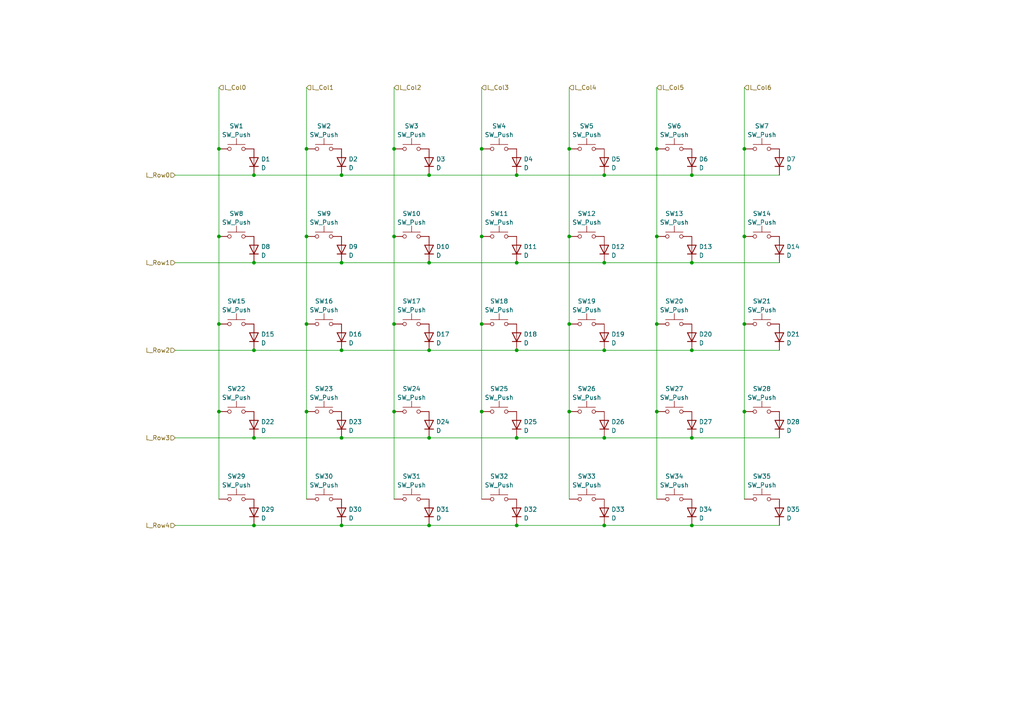
<source format=kicad_sch>
(kicad_sch (version 20211123) (generator eeschema)
  (paper "A4")
  (lib_symbols
    (symbol "Device:D" (pin_numbers hide) (pin_names (offset 1.016) hide)
      (property "Reference" "D" (at 0 2.54 0))
      (property "Value" "D" (at 0 -2.54 0))
      (symbol "D_0_1"
        (polyline (pts (xy -1.27 1.27) (xy -1.27 -1.27)) (stroke (width 0.254)))
        (polyline (pts (xy 1.27 0) (xy -1.27 0)))
        (polyline (pts (xy 1.27 1.27) (xy 1.27 -1.27) (xy -1.27 0) (xy 1.27 1.27)) (stroke (width 0.254)))
      )
      (symbol "D_1_1"
        (pin passive line (at -3.81 0 0) (length 2.54) (name "K") (number "1"))
        (pin passive line (at 3.81 0 180) (length 2.54) (name "A") (number "2"))
      )
    )
    (symbol "Switch:SW_Push" (pin_numbers hide) (pin_names (offset 1.016) hide)
      (property "Reference" "SW" (at 1.27 2.54 0))
      (property "Value" "SW_Push" (at 0 -1.524 0))
      (symbol "SW_Push_0_1"
        (circle (center -2.032 0) (radius 0.508))
        (polyline (pts (xy 0 1.27) (xy 0 3.048)))
        (polyline (pts (xy 2.54 1.27) (xy -2.54 1.27)))
        (circle (center 2.032 0) (radius 0.508))
        (pin passive line (at -5.08 0 0) (length 2.54) (name "1") (number "1"))
        (pin passive line (at 5.08 0 180) (length 2.54) (name "2") (number "2"))
      )
    )
  )
  (junction (at 73.66 127))
  (junction (at 73.66 101.6))
  (junction (at 139.7 68.58))
  (junction (at 165.1 68.58))
  (junction (at 63.5 43.18))
  (junction (at 73.66 50.8))
  (junction (at 114.3 119.38))
  (junction (at 114.3 68.58))
  (junction (at 175.26 76.2))
  (junction (at 88.9 119.38))
  (junction (at 124.46 152.4))
  (junction (at 139.7 43.18))
  (junction (at 149.86 127))
  (junction (at 200.66 152.4))
  (junction (at 200.66 50.8))
  (junction (at 200.66 127))
  (junction (at 73.66 152.4))
  (junction (at 175.26 50.8))
  (junction (at 73.66 76.2))
  (junction (at 165.1 93.98))
  (junction (at 200.66 76.2))
  (junction (at 149.86 50.8))
  (junction (at 175.26 127))
  (junction (at 63.5 119.38))
  (junction (at 200.66 101.6))
  (junction (at 175.26 101.6))
  (junction (at 99.06 101.6))
  (junction (at 124.46 50.8))
  (junction (at 88.9 68.58))
  (junction (at 190.5 119.38))
  (junction (at 114.3 43.18))
  (junction (at 88.9 43.18))
  (junction (at 99.06 127))
  (junction (at 165.1 43.18))
  (junction (at 149.86 76.2))
  (junction (at 139.7 119.38))
  (junction (at 139.7 93.98))
  (junction (at 215.9 119.38))
  (junction (at 99.06 76.2))
  (junction (at 190.5 68.58))
  (junction (at 149.86 101.6))
  (junction (at 88.9 93.98))
  (junction (at 63.5 93.98))
  (junction (at 149.86 152.4))
  (junction (at 175.26 152.4))
  (junction (at 99.06 50.8))
  (junction (at 99.06 152.4))
  (junction (at 215.9 68.58))
  (junction (at 215.9 43.18))
  (junction (at 190.5 93.98))
  (junction (at 215.9 93.98))
  (junction (at 124.46 101.6))
  (junction (at 114.3 93.98))
  (junction (at 63.5 68.58))
  (junction (at 124.46 127))
  (junction (at 124.46 76.2))
  (junction (at 165.1 119.38))
  (junction (at 190.5 43.18))
  (wire (pts (xy 63.5 93.98) (xy 63.5 119.38)))
  (wire (pts (xy 190.5 119.38) (xy 190.5 144.78)))
  (wire (pts (xy 200.66 76.2) (xy 226.06 76.2)))
  (wire (pts (xy 175.26 127) (xy 200.66 127)))
  (wire (pts (xy 99.06 152.4) (xy 124.46 152.4)))
  (wire (pts (xy 200.66 101.6) (xy 226.06 101.6)))
  (wire (pts (xy 63.5 43.18) (xy 63.5 68.58)))
  (wire (pts (xy 73.66 152.4) (xy 99.06 152.4)))
  (wire (pts (xy 139.7 93.98) (xy 139.7 119.38)))
  (wire (pts (xy 114.3 43.18) (xy 114.3 68.58)))
  (wire (pts (xy 50.8 50.8) (xy 73.66 50.8)))
  (wire (pts (xy 124.46 101.6) (xy 149.86 101.6)))
  (wire (pts (xy 99.06 50.8) (xy 124.46 50.8)))
  (wire (pts (xy 50.8 152.4) (xy 73.66 152.4)))
  (wire (pts (xy 73.66 50.8) (xy 99.06 50.8)))
  (wire (pts (xy 175.26 76.2) (xy 200.66 76.2)))
  (wire (pts (xy 190.5 93.98) (xy 190.5 119.38)))
  (wire (pts (xy 88.9 43.18) (xy 88.9 68.58)))
  (wire (pts (xy 114.3 119.38) (xy 114.3 144.78)))
  (wire (pts (xy 99.06 76.2) (xy 124.46 76.2)))
  (wire (pts (xy 165.1 68.58) (xy 165.1 93.98)))
  (wire (pts (xy 165.1 25.4) (xy 165.1 43.18)))
  (wire (pts (xy 165.1 119.38) (xy 165.1 144.78)))
  (wire (pts (xy 190.5 25.4) (xy 190.5 43.18)))
  (wire (pts (xy 149.86 152.4) (xy 175.26 152.4)))
  (wire (pts (xy 124.46 50.8) (xy 149.86 50.8)))
  (wire (pts (xy 88.9 93.98) (xy 88.9 119.38)))
  (wire (pts (xy 73.66 127) (xy 99.06 127)))
  (wire (pts (xy 165.1 43.18) (xy 165.1 68.58)))
  (wire (pts (xy 124.46 127) (xy 149.86 127)))
  (wire (pts (xy 124.46 76.2) (xy 149.86 76.2)))
  (wire (pts (xy 50.8 101.6) (xy 73.66 101.6)))
  (wire (pts (xy 50.8 127) (xy 73.66 127)))
  (wire (pts (xy 215.9 43.18) (xy 215.9 68.58)))
  (wire (pts (xy 215.9 68.58) (xy 215.9 93.98)))
  (wire (pts (xy 149.86 127) (xy 175.26 127)))
  (wire (pts (xy 215.9 25.4) (xy 215.9 43.18)))
  (wire (pts (xy 73.66 76.2) (xy 99.06 76.2)))
  (wire (pts (xy 99.06 101.6) (xy 124.46 101.6)))
  (wire (pts (xy 114.3 68.58) (xy 114.3 93.98)))
  (wire (pts (xy 215.9 119.38) (xy 215.9 144.78)))
  (wire (pts (xy 200.66 50.8) (xy 226.06 50.8)))
  (wire (pts (xy 165.1 93.98) (xy 165.1 119.38)))
  (wire (pts (xy 50.8 76.2) (xy 73.66 76.2)))
  (wire (pts (xy 200.66 127) (xy 226.06 127)))
  (wire (pts (xy 63.5 68.58) (xy 63.5 93.98)))
  (wire (pts (xy 139.7 43.18) (xy 139.7 68.58)))
  (wire (pts (xy 88.9 25.4) (xy 88.9 43.18)))
  (wire (pts (xy 88.9 68.58) (xy 88.9 93.98)))
  (wire (pts (xy 149.86 50.8) (xy 175.26 50.8)))
  (wire (pts (xy 63.5 119.38) (xy 63.5 144.78)))
  (wire (pts (xy 99.06 127) (xy 124.46 127)))
  (wire (pts (xy 149.86 101.6) (xy 175.26 101.6)))
  (wire (pts (xy 114.3 93.98) (xy 114.3 119.38)))
  (wire (pts (xy 124.46 152.4) (xy 149.86 152.4)))
  (wire (pts (xy 139.7 119.38) (xy 139.7 144.78)))
  (wire (pts (xy 175.26 152.4) (xy 200.66 152.4)))
  (wire (pts (xy 73.66 101.6) (xy 99.06 101.6)))
  (wire (pts (xy 200.66 152.4) (xy 226.06 152.4)))
  (wire (pts (xy 139.7 25.4) (xy 139.7 43.18)))
  (wire (pts (xy 114.3 25.4) (xy 114.3 43.18)))
  (wire (pts (xy 175.26 50.8) (xy 200.66 50.8)))
  (wire (pts (xy 215.9 93.98) (xy 215.9 119.38)))
  (wire (pts (xy 63.5 25.4) (xy 63.5 43.18)))
  (wire (pts (xy 139.7 68.58) (xy 139.7 93.98)))
  (wire (pts (xy 88.9 119.38) (xy 88.9 144.78)))
  (wire (pts (xy 190.5 43.18) (xy 190.5 68.58)))
  (wire (pts (xy 175.26 101.6) (xy 200.66 101.6)))
  (wire (pts (xy 149.86 76.2) (xy 175.26 76.2)))
  (wire (pts (xy 190.5 68.58) (xy 190.5 93.98)))
  (hierarchical_label "L_Col0" (shape input) (at 63.5 25.4 0))
  (hierarchical_label "L_Col5" (shape input) (at 190.5 25.4 0))
  (hierarchical_label "L_Col1" (shape input) (at 88.9 25.4 0))
  (hierarchical_label "L_Col3" (shape input) (at 139.7 25.4 0))
  (hierarchical_label "L_Row3" (shape input) (at 50.8 127 180))
  (hierarchical_label "L_Row4" (shape input) (at 50.8 152.4 180))
  (hierarchical_label "L_Row0" (shape input) (at 50.8 50.8 180))
  (hierarchical_label "L_Row2" (shape input) (at 50.8 101.6 180))
  (hierarchical_label "L_Col4" (shape input) (at 165.1 25.4 0))
  (hierarchical_label "L_Col2" (shape input) (at 114.3 25.4 0))
  (hierarchical_label "L_Row1" (shape input) (at 50.8 76.2 180))
  (hierarchical_label "L_Col6" (shape input) (at 215.9 25.4 0))
  (symbol (lib_id "Switch:SW_Push") (at 220.98 144.78 0) (unit 1)
    (property "Reference" "SW35" (at 220.98 138.1592 0))
    (property "Value" "SW_Push" (at 220.98 140.6961 0))
    (property "Footprint" "footprint:CherryMX_Hotswap" (effects hide))
  )
  (symbol (lib_id "Switch:SW_Push") (at 170.18 68.58 0) (unit 1)
    (property "Reference" "SW12" (at 170.18 61.9592 0))
    (property "Value" "SW_Push" (at 170.18 64.4961 0))
    (property "Footprint" "footprint:CherryMX_Hotswap" (effects hide))
  )
  (symbol (lib_id "Switch:SW_Push") (at 93.98 93.98 0) (unit 1)
    (property "Reference" "SW16" (at 93.98 87.3592 0))
    (property "Value" "SW_Push" (at 93.98 89.8961 0))
    (property "Footprint" "footprint:CherryMX_Hotswap" (effects hide))
  )
  (symbol (lib_id "Switch:SW_Push") (at 68.58 144.78 0) (unit 1)
    (property "Reference" "SW29" (at 68.58 138.1592 0))
    (property "Value" "SW_Push" (at 68.58 140.6961 0))
    (property "Footprint" "footprint:CherryMX_Hotswap" (effects hide))
  )
  (symbol (lib_id "Switch:SW_Push") (at 170.18 119.38 0) (unit 1)
    (property "Reference" "SW26" (at 170.18 112.7592 0))
    (property "Value" "SW_Push" (at 170.18 115.2961 0))
    (property "Footprint" "footprint:CherryMX_Hotswap" (effects hide))
  )
  (symbol (lib_id "Switch:SW_Push") (at 220.98 68.58 0) (unit 1)
    (property "Reference" "SW14" (at 220.98 61.9592 0))
    (property "Value" "SW_Push" (at 220.98 64.4961 0))
    (property "Footprint" "footprint:CherryMX_Hotswap" (effects hide))
  )
  (symbol (lib_id "Switch:SW_Push") (at 68.58 43.18 0) (unit 1)
    (property "Reference" "SW1" (at 68.58 36.5592 0))
    (property "Value" "SW_Push" (at 68.58 39.0961 0))
    (property "Footprint" "footprint:CherryMX_Hotswap" (effects hide))
  )
  (symbol (lib_id "Device:D") (at 99.06 148.59 90) (unit 1)
    (property "Reference" "D30" (at 101.092 147.7553 90) (effects (justify right)))
    (property "Value" "D" (at 101.092 150.2922 90) (effects (justify right)))
    (property "Footprint" "footprint:D3_TH_SMD_orig" (effects hide))
  )
  (symbol (lib_id "Device:D") (at 149.86 72.39 90) (unit 1)
    (property "Reference" "D11" (at 151.892 71.5553 90) (effects (justify right)))
    (property "Value" "D" (at 151.892 74.0922 90) (effects (justify right)))
    (property "Footprint" "footprint:D3_TH_SMD_orig" (effects hide))
  )
  (symbol (lib_id "Device:D") (at 124.46 97.79 90) (unit 1)
    (property "Reference" "D17" (at 126.492 96.9553 90) (effects (justify right)))
    (property "Value" "D" (at 126.492 99.4922 90) (effects (justify right)))
    (property "Footprint" "footprint:D3_TH_SMD_orig" (effects hide))
  )
  (symbol (lib_id "Device:D") (at 149.86 123.19 90) (unit 1)
    (property "Reference" "D25" (at 151.892 122.3553 90) (effects (justify right)))
    (property "Value" "D" (at 151.892 124.8922 90) (effects (justify right)))
    (property "Footprint" "footprint:D3_TH_SMD_orig" (effects hide))
  )
  (symbol (lib_id "Device:D") (at 149.86 148.59 90) (unit 1)
    (property "Reference" "D32" (at 151.892 147.7553 90) (effects (justify right)))
    (property "Value" "D" (at 151.892 150.2922 90) (effects (justify right)))
    (property "Footprint" "footprint:D3_TH_SMD_orig" (effects hide))
  )
  (symbol (lib_id "Device:D") (at 226.06 72.39 90) (unit 1)
    (property "Reference" "D14" (at 228.092 71.5553 90) (effects (justify right)))
    (property "Value" "D" (at 228.092 74.0922 90) (effects (justify right)))
    (property "Footprint" "footprint:D3_TH_SMD_orig" (effects hide))
  )
  (symbol (lib_id "Switch:SW_Push") (at 195.58 144.78 0) (unit 1)
    (property "Reference" "SW34" (at 195.58 138.1592 0))
    (property "Value" "SW_Push" (at 195.58 140.6961 0))
    (property "Footprint" "footprint:CherryMX_Hotswap" (effects hide))
  )
  (symbol (lib_id "Switch:SW_Push") (at 93.98 43.18 0) (unit 1)
    (property "Reference" "SW2" (at 93.98 36.5592 0))
    (property "Value" "SW_Push" (at 93.98 39.0961 0))
    (property "Footprint" "footprint:CherryMX_Hotswap" (effects hide))
  )
  (symbol (lib_id "Device:D") (at 175.26 123.19 90) (unit 1)
    (property "Reference" "D26" (at 177.292 122.3553 90) (effects (justify right)))
    (property "Value" "D" (at 177.292 124.8922 90) (effects (justify right)))
    (property "Footprint" "footprint:D3_TH_SMD_orig" (effects hide))
  )
  (symbol (lib_id "Device:D") (at 99.06 46.99 90) (unit 1)
    (property "Reference" "D2" (at 101.092 46.1553 90) (effects (justify right)))
    (property "Value" "D" (at 101.092 48.6922 90) (effects (justify right)))
    (property "Footprint" "footprint:D3_TH_SMD_orig" (effects hide))
  )
  (symbol (lib_id "Device:D") (at 200.66 97.79 90) (unit 1)
    (property "Reference" "D20" (at 202.692 96.9553 90) (effects (justify right)))
    (property "Value" "D" (at 202.692 99.4922 90) (effects (justify right)))
    (property "Footprint" "footprint:D3_TH_SMD_orig" (effects hide))
  )
  (symbol (lib_id "Switch:SW_Push") (at 144.78 119.38 0) (unit 1)
    (property "Reference" "SW25" (at 144.78 112.7592 0))
    (property "Value" "SW_Push" (at 144.78 115.2961 0))
    (property "Footprint" "footprint:CherryMX_Hotswap" (effects hide))
  )
  (symbol (lib_id "Switch:SW_Push") (at 144.78 43.18 0) (unit 1)
    (property "Reference" "SW4" (at 144.78 36.5592 0))
    (property "Value" "SW_Push" (at 144.78 39.0961 0))
    (property "Footprint" "footprint:CherryMX_Hotswap" (effects hide))
  )
  (symbol (lib_id "Switch:SW_Push") (at 119.38 119.38 0) (unit 1)
    (property "Reference" "SW24" (at 119.38 112.7592 0))
    (property "Value" "SW_Push" (at 119.38 115.2961 0))
    (property "Footprint" "footprint:CherryMX_Hotswap" (effects hide))
  )
  (symbol (lib_id "Switch:SW_Push") (at 68.58 93.98 0) (unit 1)
    (property "Reference" "SW15" (at 68.58 87.3592 0))
    (property "Value" "SW_Push" (at 68.58 89.8961 0))
    (property "Footprint" "footprint:CherryMX_Hotswap" (effects hide))
  )
  (symbol (lib_id "Device:D") (at 124.46 72.39 90) (unit 1)
    (property "Reference" "D10" (at 126.492 71.5553 90) (effects (justify right)))
    (property "Value" "D" (at 126.492 74.0922 90) (effects (justify right)))
    (property "Footprint" "footprint:D3_TH_SMD_orig" (effects hide))
  )
  (symbol (lib_id "Device:D") (at 175.26 148.59 90) (unit 1)
    (property "Reference" "D33" (at 177.292 147.7553 90) (effects (justify right)))
    (property "Value" "D" (at 177.292 150.2922 90) (effects (justify right)))
    (property "Footprint" "footprint:D3_TH_SMD_orig" (effects hide))
  )
  (symbol (lib_id "Switch:SW_Push") (at 93.98 68.58 0) (unit 1)
    (property "Reference" "SW9" (at 93.98 61.9592 0))
    (property "Value" "SW_Push" (at 93.98 64.4961 0))
    (property "Footprint" "footprint:CherryMX_Hotswap" (effects hide))
  )
  (symbol (lib_id "Switch:SW_Push") (at 195.58 93.98 0) (unit 1)
    (property "Reference" "SW20" (at 195.58 87.3592 0))
    (property "Value" "SW_Push" (at 195.58 89.8961 0))
    (property "Footprint" "footprint:CherryMX_Hotswap" (effects hide))
  )
  (symbol (lib_id "Switch:SW_Push") (at 195.58 68.58 0) (unit 1)
    (property "Reference" "SW13" (at 195.58 61.9592 0))
    (property "Value" "SW_Push" (at 195.58 64.4961 0))
    (property "Footprint" "footprint:CherryMX_Hotswap" (effects hide))
  )
  (symbol (lib_id "Device:D") (at 99.06 97.79 90) (unit 1)
    (property "Reference" "D16" (at 101.092 96.9553 90) (effects (justify right)))
    (property "Value" "D" (at 101.092 99.4922 90) (effects (justify right)))
    (property "Footprint" "footprint:D3_TH_SMD_orig" (effects hide))
  )
  (symbol (lib_id "Device:D") (at 73.66 72.39 90) (unit 1)
    (property "Reference" "D8" (at 75.692 71.5553 90) (effects (justify right)))
    (property "Value" "D" (at 75.692 74.0922 90) (effects (justify right)))
    (property "Footprint" "footprint:D3_TH_SMD_orig" (effects hide))
  )
  (symbol (lib_id "Device:D") (at 73.66 123.19 90) (unit 1)
    (property "Reference" "D22" (at 75.692 122.3553 90) (effects (justify right)))
    (property "Value" "D" (at 75.692 124.8922 90) (effects (justify right)))
    (property "Footprint" "footprint:D3_TH_SMD_orig" (effects hide))
  )
  (symbol (lib_id "Switch:SW_Push") (at 144.78 144.78 0) (unit 1)
    (property "Reference" "SW32" (at 144.78 138.1592 0))
    (property "Value" "SW_Push" (at 144.78 140.6961 0))
    (property "Footprint" "footprint:CherryMX_Hotswap" (effects hide))
  )
  (symbol (lib_id "Switch:SW_Push") (at 170.18 93.98 0) (unit 1)
    (property "Reference" "SW19" (at 170.18 87.3592 0))
    (property "Value" "SW_Push" (at 170.18 89.8961 0))
    (property "Footprint" "footprint:CherryMX_Hotswap" (effects hide))
  )
  (symbol (lib_id "Switch:SW_Push") (at 119.38 93.98 0) (unit 1)
    (property "Reference" "SW17" (at 119.38 87.3592 0))
    (property "Value" "SW_Push" (at 119.38 89.8961 0))
    (property "Footprint" "footprint:CherryMX_Hotswap" (effects hide))
  )
  (symbol (lib_id "Device:D") (at 149.86 46.99 90) (unit 1)
    (property "Reference" "D4" (at 151.892 46.1553 90) (effects (justify right)))
    (property "Value" "D" (at 151.892 48.6922 90) (effects (justify right)))
    (property "Footprint" "footprint:D3_TH_SMD_orig" (effects hide))
  )
  (symbol (lib_id "Device:D") (at 226.06 148.59 90) (unit 1)
    (property "Reference" "D35" (at 228.092 147.7553 90) (effects (justify right)))
    (property "Value" "D" (at 228.092 150.2922 90) (effects (justify right)))
    (property "Footprint" "footprint:D3_TH_SMD_orig" (effects hide))
  )
  (symbol (lib_id "Device:D") (at 175.26 97.79 90) (unit 1)
    (property "Reference" "D19" (at 177.292 96.9553 90) (effects (justify right)))
    (property "Value" "D" (at 177.292 99.4922 90) (effects (justify right)))
    (property "Footprint" "footprint:D3_TH_SMD_orig" (effects hide))
  )
  (symbol (lib_id "Device:D") (at 226.06 46.99 90) (unit 1)
    (property "Reference" "D7" (at 228.092 46.1553 90) (effects (justify right)))
    (property "Value" "D" (at 228.092 48.6922 90) (effects (justify right)))
    (property "Footprint" "footprint:D3_TH_SMD_orig" (effects hide))
  )
  (symbol (lib_id "Device:D") (at 175.26 46.99 90) (unit 1)
    (property "Reference" "D5" (at 177.292 46.1553 90) (effects (justify right)))
    (property "Value" "D" (at 177.292 48.6922 90) (effects (justify right)))
    (property "Footprint" "footprint:D3_TH_SMD_orig" (effects hide))
  )
  (symbol (lib_id "Device:D") (at 226.06 97.79 90) (unit 1)
    (property "Reference" "D21" (at 228.092 96.9553 90) (effects (justify right)))
    (property "Value" "D" (at 228.092 99.4922 90) (effects (justify right)))
    (property "Footprint" "footprint:D3_TH_SMD_orig" (effects hide))
  )
  (symbol (lib_id "Device:D") (at 73.66 46.99 90) (unit 1)
    (property "Reference" "D1" (at 75.692 46.1553 90) (effects (justify right)))
    (property "Value" "D" (at 75.692 48.6922 90) (effects (justify right)))
    (property "Footprint" "footprint:D3_TH_SMD_orig" (effects hide))
  )
  (symbol (lib_id "Switch:SW_Push") (at 144.78 93.98 0) (unit 1)
    (property "Reference" "SW18" (at 144.78 87.3592 0))
    (property "Value" "SW_Push" (at 144.78 89.8961 0))
    (property "Footprint" "footprint:CherryMX_Hotswap" (effects hide))
  )
  (symbol (lib_id "Switch:SW_Push") (at 93.98 144.78 0) (unit 1)
    (property "Reference" "SW30" (at 93.98 138.1592 0))
    (property "Value" "SW_Push" (at 93.98 140.6961 0))
    (property "Footprint" "footprint:CherryMX_Hotswap" (effects hide))
  )
  (symbol (lib_id "Device:D") (at 124.46 148.59 90) (unit 1)
    (property "Reference" "D31" (at 126.492 147.7553 90) (effects (justify right)))
    (property "Value" "D" (at 126.492 150.2922 90) (effects (justify right)))
    (property "Footprint" "footprint:D3_TH_SMD_orig" (effects hide))
  )
  (symbol (lib_id "Switch:SW_Push") (at 170.18 43.18 0) (unit 1)
    (property "Reference" "SW5" (at 170.18 36.5592 0))
    (property "Value" "SW_Push" (at 170.18 39.0961 0))
    (property "Footprint" "footprint:CherryMX_Hotswap" (effects hide))
  )
  (symbol (lib_id "Switch:SW_Push") (at 68.58 68.58 0) (unit 1)
    (property "Reference" "SW8" (at 68.58 61.9592 0))
    (property "Value" "SW_Push" (at 68.58 64.4961 0))
    (property "Footprint" "footprint:CherryMX_Hotswap" (effects hide))
  )
  (symbol (lib_id "Device:D") (at 200.66 148.59 90) (unit 1)
    (property "Reference" "D34" (at 202.692 147.7553 90) (effects (justify right)))
    (property "Value" "D" (at 202.692 150.2922 90) (effects (justify right)))
    (property "Footprint" "footprint:D3_TH_SMD_orig" (effects hide))
  )
  (symbol (lib_id "Switch:SW_Push") (at 119.38 68.58 0) (unit 1)
    (property "Reference" "SW10" (at 119.38 61.9592 0))
    (property "Value" "SW_Push" (at 119.38 64.4961 0))
    (property "Footprint" "footprint:CherryMX_Hotswap" (effects hide))
  )
  (symbol (lib_id "Switch:SW_Push") (at 93.98 119.38 0) (unit 1)
    (property "Reference" "SW23" (at 93.98 112.7592 0))
    (property "Value" "SW_Push" (at 93.98 115.2961 0))
    (property "Footprint" "footprint:CherryMX_Hotswap" (effects hide))
  )
  (symbol (lib_id "Switch:SW_Push") (at 220.98 119.38 0) (unit 1)
    (property "Reference" "SW28" (at 220.98 112.7592 0))
    (property "Value" "SW_Push" (at 220.98 115.2961 0))
    (property "Footprint" "footprint:CherryMX_Hotswap" (effects hide))
  )
  (symbol (lib_id "Switch:SW_Push") (at 68.58 119.38 0) (unit 1)
    (property "Reference" "SW22" (at 68.58 112.7592 0))
    (property "Value" "SW_Push" (at 68.58 115.2961 0))
    (property "Footprint" "footprint:CherryMX_Hotswap" (effects hide))
  )
  (symbol (lib_id "Switch:SW_Push") (at 220.98 43.18 0) (unit 1)
    (property "Reference" "SW7" (at 220.98 36.5592 0))
    (property "Value" "SW_Push" (at 220.98 39.0961 0))
    (property "Footprint" "footprint:CherryMX_Hotswap" (effects hide))
  )
  (symbol (lib_id "Device:D") (at 226.06 123.19 90) (unit 1)
    (property "Reference" "D28" (at 228.092 122.3553 90) (effects (justify right)))
    (property "Value" "D" (at 228.092 124.8922 90) (effects (justify right)))
    (property "Footprint" "footprint:D3_TH_SMD_orig" (effects hide))
  )
  (symbol (lib_id "Switch:SW_Push") (at 119.38 43.18 0) (unit 1)
    (property "Reference" "SW3" (at 119.38 36.5592 0))
    (property "Value" "SW_Push" (at 119.38 39.0961 0))
    (property "Footprint" "footprint:CherryMX_Hotswap" (effects hide))
  )
  (symbol (lib_id "Device:D") (at 200.66 72.39 90) (unit 1)
    (property "Reference" "D13" (at 202.692 71.5553 90) (effects (justify right)))
    (property "Value" "D" (at 202.692 74.0922 90) (effects (justify right)))
    (property "Footprint" "footprint:D3_TH_SMD_orig" (effects hide))
  )
  (symbol (lib_id "Device:D") (at 200.66 123.19 90) (unit 1)
    (property "Reference" "D27" (at 202.692 122.3553 90) (effects (justify right)))
    (property "Value" "D" (at 202.692 124.8922 90) (effects (justify right)))
    (property "Footprint" "footprint:D3_TH_SMD_orig" (effects hide))
  )
  (symbol (lib_id "Device:D") (at 175.26 72.39 90) (unit 1)
    (property "Reference" "D12" (at 177.292 71.5553 90) (effects (justify right)))
    (property "Value" "D" (at 177.292 74.0922 90) (effects (justify right)))
    (property "Footprint" "footprint:D3_TH_SMD_orig" (effects hide))
  )
  (symbol (lib_id "Switch:SW_Push") (at 144.78 68.58 0) (unit 1)
    (property "Reference" "SW11" (at 144.78 61.9592 0))
    (property "Value" "SW_Push" (at 144.78 64.4961 0))
    (property "Footprint" "footprint:CherryMX_Hotswap" (effects hide))
  )
  (symbol (lib_id "Device:D") (at 200.66 46.99 90) (unit 1)
    (property "Reference" "D6" (at 202.692 46.1553 90) (effects (justify right)))
    (property "Value" "D" (at 202.692 48.6922 90) (effects (justify right)))
    (property "Footprint" "footprint:D3_TH_SMD_orig" (effects hide))
  )
  (symbol (lib_id "Device:D") (at 124.46 46.99 90) (unit 1)
    (property "Reference" "D3" (at 126.492 46.1553 90) (effects (justify right)))
    (property "Value" "D" (at 126.492 48.6922 90) (effects (justify right)))
    (property "Footprint" "footprint:D3_TH_SMD_orig" (effects hide))
  )
  (symbol (lib_id "Switch:SW_Push") (at 195.58 43.18 0) (unit 1)
    (property "Reference" "SW6" (at 195.58 36.5592 0))
    (property "Value" "SW_Push" (at 195.58 39.0961 0))
    (property "Footprint" "footprint:CherryMX_Hotswap" (effects hide))
  )
  (symbol (lib_id "Device:D") (at 99.06 123.19 90) (unit 1)
    (property "Reference" "D23" (at 101.092 122.3553 90) (effects (justify right)))
    (property "Value" "D" (at 101.092 124.8922 90) (effects (justify right)))
    (property "Footprint" "footprint:D3_TH_SMD_orig" (effects hide))
  )
  (symbol (lib_id "Device:D") (at 73.66 148.59 90) (unit 1)
    (property "Reference" "D29" (at 75.692 147.7553 90) (effects (justify right)))
    (property "Value" "D" (at 75.692 150.2922 90) (effects (justify right)))
    (property "Footprint" "footprint:D3_TH_SMD_orig" (effects hide))
  )
  (symbol (lib_id "Device:D") (at 73.66 97.79 90) (unit 1)
    (property "Reference" "D15" (at 75.692 96.9553 90) (effects (justify right)))
    (property "Value" "D" (at 75.692 99.4922 90) (effects (justify right)))
    (property "Footprint" "footprint:D3_TH_SMD_orig" (effects hide))
  )
  (symbol (lib_id "Device:D") (at 124.46 123.19 90) (unit 1)
    (property "Reference" "D24" (at 126.492 122.3553 90) (effects (justify right)))
    (property "Value" "D" (at 126.492 124.8922 90) (effects (justify right)))
    (property "Footprint" "footprint:D3_TH_SMD_orig" (effects hide))
  )
  (symbol (lib_id "Device:D") (at 149.86 97.79 90) (unit 1)
    (property "Reference" "D18" (at 151.892 96.9553 90) (effects (justify right)))
    (property "Value" "D" (at 151.892 99.4922 90) (effects (justify right)))
    (property "Footprint" "footprint:D3_TH_SMD_orig" (effects hide))
  )
  (symbol (lib_id "Switch:SW_Push") (at 195.58 119.38 0) (unit 1)
    (property "Reference" "SW27" (at 195.58 112.7592 0))
    (property "Value" "SW_Push" (at 195.58 115.2961 0))
    (property "Footprint" "footprint:CherryMX_Hotswap" (effects hide))
  )
  (symbol (lib_id "Device:D") (at 99.06 72.39 90) (unit 1)
    (property "Reference" "D9" (at 101.092 71.5553 90) (effects (justify right)))
    (property "Value" "D" (at 101.092 74.0922 90) (effects (justify right)))
    (property "Footprint" "footprint:D3_TH_SMD_orig" (effects hide))
  )
  (symbol (lib_id "Switch:SW_Push") (at 220.98 93.98 0) (unit 1)
    (property "Reference" "SW21" (at 220.98 87.3592 0))
    (property "Value" "SW_Push" (at 220.98 89.8961 0))
    (property "Footprint" "footprint:CherryMX_Hotswap" (effects hide))
  )
  (symbol (lib_id "Switch:SW_Push") (at 119.38 144.78 0) (unit 1)
    (property "Reference" "SW31" (at 119.38 138.1592 0))
    (property "Value" "SW_Push" (at 119.38 140.6961 0))
    (property "Footprint" "footprint:CherryMX_Hotswap" (effects hide))
  )
  (symbol (lib_id "Switch:SW_Push") (at 170.18 144.78 0) (unit 1)
    (property "Reference" "SW33" (at 170.18 138.1592 0))
    (property "Value" "SW_Push" (at 170.18 140.6961 0))
    (property "Footprint" "footprint:CherryMX_Hotswap" (effects hide))
  )
)
</source>
